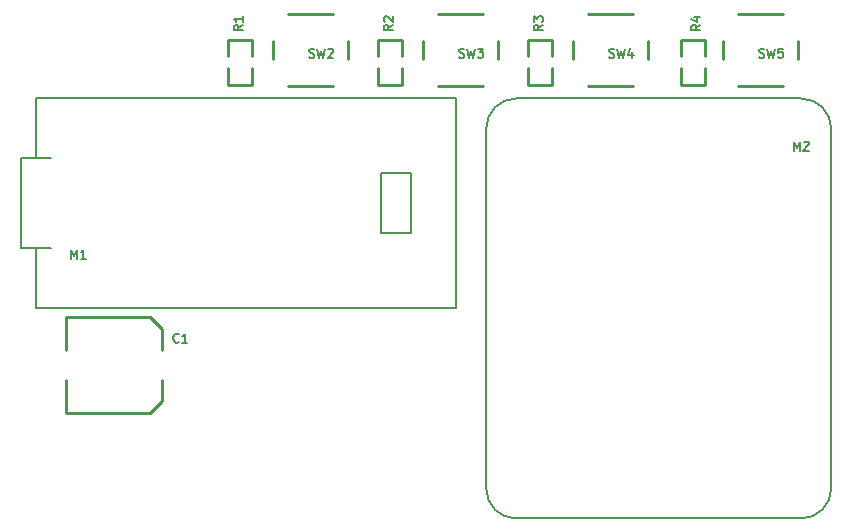
<source format=gbr>
G04 #@! TF.GenerationSoftware,KiCad,Pcbnew,5.1.6-c6e7f7d~87~ubuntu16.04.1*
G04 #@! TF.CreationDate,2020-09-01T19:23:28-04:00*
G04 #@! TF.ProjectId,Controller,436f6e74-726f-46c6-9c65-722e6b696361,rev?*
G04 #@! TF.SameCoordinates,PX5734380PY65bcec0*
G04 #@! TF.FileFunction,Legend,Top*
G04 #@! TF.FilePolarity,Positive*
%FSLAX46Y46*%
G04 Gerber Fmt 4.6, Leading zero omitted, Abs format (unit mm)*
G04 Created by KiCad (PCBNEW 5.1.6-c6e7f7d~87~ubuntu16.04.1) date 2020-09-01 19:23:28*
%MOMM*%
%LPD*%
G01*
G04 APERTURE LIST*
%ADD10C,0.150000*%
%ADD11C,0.254000*%
%ADD12C,0.152400*%
G04 APERTURE END LIST*
D10*
X0Y-21590000D02*
X2540000Y-21590000D01*
X0Y-13970000D02*
X0Y-21590000D01*
X2540000Y-13970000D02*
X0Y-13970000D01*
X1270000Y-8890000D02*
X1270000Y-13970000D01*
X36830000Y-8890000D02*
X1270000Y-8890000D01*
X36830000Y-26670000D02*
X36830000Y-8890000D01*
X1270000Y-26670000D02*
X36830000Y-26670000D01*
X1270000Y-21590000D02*
X1270000Y-26670000D01*
X30480000Y-20320000D02*
X30480000Y-17780000D01*
X33020000Y-20320000D02*
X30480000Y-20320000D01*
X33020000Y-15240000D02*
X33020000Y-20320000D01*
X30480000Y-15240000D02*
X33020000Y-15240000D01*
X30480000Y-17780000D02*
X30480000Y-15240000D01*
X68580000Y-41910000D02*
X68580000Y-11430000D01*
X66040000Y-44450000D02*
X41910000Y-44450000D01*
X66040000Y-8890000D02*
X41910000Y-8890000D01*
X39370000Y-11430000D02*
X39370000Y-41910000D01*
X41910000Y-8890000D02*
G75*
G03*
X39370000Y-11430000I0J-2540000D01*
G01*
X39370000Y-41910000D02*
G75*
G03*
X41910000Y-44450000I2540000J0D01*
G01*
X66040000Y-44450000D02*
G75*
G03*
X68580000Y-41910000I0J2540000D01*
G01*
X68580000Y-11430000D02*
G75*
G03*
X66040000Y-8890000I-2540000J0D01*
G01*
D11*
X3810000Y-27432000D02*
X10922000Y-27432000D01*
X11938000Y-28448000D02*
X10922000Y-27432000D01*
X10922000Y-35560000D02*
X11938000Y-34544000D01*
X3810000Y-35560000D02*
X10922000Y-35560000D01*
X3810000Y-30226000D02*
X3810000Y-27432000D01*
X11938000Y-30226000D02*
X11938000Y-28448000D01*
X11938000Y-32766000D02*
X11938000Y-34544000D01*
X3810000Y-32766000D02*
X3810000Y-35560000D01*
X17526000Y-6350000D02*
X17526000Y-7747000D01*
X17526000Y-7747000D02*
X19558000Y-7747000D01*
X19558000Y-7747000D02*
X19558000Y-6350000D01*
X19558000Y-5334000D02*
X19558000Y-3937000D01*
X19558000Y-3937000D02*
X17526000Y-3937000D01*
X17526000Y-3937000D02*
X17526000Y-5334000D01*
X30226000Y-3937000D02*
X30226000Y-5334000D01*
X32258000Y-3937000D02*
X30226000Y-3937000D01*
X32258000Y-5334000D02*
X32258000Y-3937000D01*
X32258000Y-7747000D02*
X32258000Y-6350000D01*
X30226000Y-7747000D02*
X32258000Y-7747000D01*
X30226000Y-6350000D02*
X30226000Y-7747000D01*
X42926000Y-6350000D02*
X42926000Y-7747000D01*
X42926000Y-7747000D02*
X44958000Y-7747000D01*
X44958000Y-7747000D02*
X44958000Y-6350000D01*
X44958000Y-5334000D02*
X44958000Y-3937000D01*
X44958000Y-3937000D02*
X42926000Y-3937000D01*
X42926000Y-3937000D02*
X42926000Y-5334000D01*
X55880000Y-3937000D02*
X55880000Y-5334000D01*
X57912000Y-3937000D02*
X55880000Y-3937000D01*
X57912000Y-5334000D02*
X57912000Y-3937000D01*
X57912000Y-7747000D02*
X57912000Y-6350000D01*
X55880000Y-7747000D02*
X57912000Y-7747000D01*
X55880000Y-6350000D02*
X55880000Y-7747000D01*
X22606000Y-7874000D02*
X26416000Y-7874000D01*
X22606000Y-1778000D02*
X26416000Y-1778000D01*
X27686000Y-4064000D02*
X27686000Y-5588000D01*
X21336000Y-5588000D02*
X21336000Y-4064000D01*
X34036000Y-5588000D02*
X34036000Y-4064000D01*
X40386000Y-4064000D02*
X40386000Y-5588000D01*
X35306000Y-1778000D02*
X39116000Y-1778000D01*
X35306000Y-7874000D02*
X39116000Y-7874000D01*
X48006000Y-7874000D02*
X51816000Y-7874000D01*
X48006000Y-1778000D02*
X51816000Y-1778000D01*
X53086000Y-4064000D02*
X53086000Y-5588000D01*
X46736000Y-5588000D02*
X46736000Y-4064000D01*
X59436000Y-5588000D02*
X59436000Y-4064000D01*
X65786000Y-4064000D02*
X65786000Y-5588000D01*
X60706000Y-1778000D02*
X64516000Y-1778000D01*
X60706000Y-7874000D02*
X64516000Y-7874000D01*
D12*
X4209142Y-22442714D02*
X4209142Y-21680714D01*
X4463142Y-22225000D01*
X4717142Y-21680714D01*
X4717142Y-22442714D01*
X5479142Y-22442714D02*
X5043714Y-22442714D01*
X5261428Y-22442714D02*
X5261428Y-21680714D01*
X5188857Y-21789571D01*
X5116285Y-21862142D01*
X5043714Y-21898428D01*
X65423142Y-13298714D02*
X65423142Y-12536714D01*
X65677142Y-13081000D01*
X65931142Y-12536714D01*
X65931142Y-13298714D01*
X66257714Y-12609285D02*
X66294000Y-12573000D01*
X66366571Y-12536714D01*
X66548000Y-12536714D01*
X66620571Y-12573000D01*
X66656857Y-12609285D01*
X66693142Y-12681857D01*
X66693142Y-12754428D01*
X66656857Y-12863285D01*
X66221428Y-13298714D01*
X66693142Y-13298714D01*
X13335000Y-29482142D02*
X13298714Y-29518428D01*
X13189857Y-29554714D01*
X13117285Y-29554714D01*
X13008428Y-29518428D01*
X12935857Y-29445857D01*
X12899571Y-29373285D01*
X12863285Y-29228142D01*
X12863285Y-29119285D01*
X12899571Y-28974142D01*
X12935857Y-28901571D01*
X13008428Y-28829000D01*
X13117285Y-28792714D01*
X13189857Y-28792714D01*
X13298714Y-28829000D01*
X13335000Y-28865285D01*
X14060714Y-29554714D02*
X13625285Y-29554714D01*
X13843000Y-29554714D02*
X13843000Y-28792714D01*
X13770428Y-28901571D01*
X13697857Y-28974142D01*
X13625285Y-29010428D01*
X18759714Y-2667000D02*
X18396857Y-2921000D01*
X18759714Y-3102428D02*
X17997714Y-3102428D01*
X17997714Y-2812142D01*
X18034000Y-2739571D01*
X18070285Y-2703285D01*
X18142857Y-2667000D01*
X18251714Y-2667000D01*
X18324285Y-2703285D01*
X18360571Y-2739571D01*
X18396857Y-2812142D01*
X18396857Y-3102428D01*
X18759714Y-1941285D02*
X18759714Y-2376714D01*
X18759714Y-2159000D02*
X17997714Y-2159000D01*
X18106571Y-2231571D01*
X18179142Y-2304142D01*
X18215428Y-2376714D01*
X31459714Y-2667000D02*
X31096857Y-2921000D01*
X31459714Y-3102428D02*
X30697714Y-3102428D01*
X30697714Y-2812142D01*
X30734000Y-2739571D01*
X30770285Y-2703285D01*
X30842857Y-2667000D01*
X30951714Y-2667000D01*
X31024285Y-2703285D01*
X31060571Y-2739571D01*
X31096857Y-2812142D01*
X31096857Y-3102428D01*
X30770285Y-2376714D02*
X30734000Y-2340428D01*
X30697714Y-2267857D01*
X30697714Y-2086428D01*
X30734000Y-2013857D01*
X30770285Y-1977571D01*
X30842857Y-1941285D01*
X30915428Y-1941285D01*
X31024285Y-1977571D01*
X31459714Y-2413000D01*
X31459714Y-1941285D01*
X44159714Y-2667000D02*
X43796857Y-2921000D01*
X44159714Y-3102428D02*
X43397714Y-3102428D01*
X43397714Y-2812142D01*
X43434000Y-2739571D01*
X43470285Y-2703285D01*
X43542857Y-2667000D01*
X43651714Y-2667000D01*
X43724285Y-2703285D01*
X43760571Y-2739571D01*
X43796857Y-2812142D01*
X43796857Y-3102428D01*
X43397714Y-2413000D02*
X43397714Y-1941285D01*
X43688000Y-2195285D01*
X43688000Y-2086428D01*
X43724285Y-2013857D01*
X43760571Y-1977571D01*
X43833142Y-1941285D01*
X44014571Y-1941285D01*
X44087142Y-1977571D01*
X44123428Y-2013857D01*
X44159714Y-2086428D01*
X44159714Y-2304142D01*
X44123428Y-2376714D01*
X44087142Y-2413000D01*
X57494714Y-2667000D02*
X57131857Y-2921000D01*
X57494714Y-3102428D02*
X56732714Y-3102428D01*
X56732714Y-2812142D01*
X56769000Y-2739571D01*
X56805285Y-2703285D01*
X56877857Y-2667000D01*
X56986714Y-2667000D01*
X57059285Y-2703285D01*
X57095571Y-2739571D01*
X57131857Y-2812142D01*
X57131857Y-3102428D01*
X56986714Y-2013857D02*
X57494714Y-2013857D01*
X56696428Y-2195285D02*
X57240714Y-2376714D01*
X57240714Y-1905000D01*
X24384000Y-5388428D02*
X24492857Y-5424714D01*
X24674285Y-5424714D01*
X24746857Y-5388428D01*
X24783142Y-5352142D01*
X24819428Y-5279571D01*
X24819428Y-5207000D01*
X24783142Y-5134428D01*
X24746857Y-5098142D01*
X24674285Y-5061857D01*
X24529142Y-5025571D01*
X24456571Y-4989285D01*
X24420285Y-4953000D01*
X24384000Y-4880428D01*
X24384000Y-4807857D01*
X24420285Y-4735285D01*
X24456571Y-4699000D01*
X24529142Y-4662714D01*
X24710571Y-4662714D01*
X24819428Y-4699000D01*
X25073428Y-4662714D02*
X25254857Y-5424714D01*
X25400000Y-4880428D01*
X25545142Y-5424714D01*
X25726571Y-4662714D01*
X25980571Y-4735285D02*
X26016857Y-4699000D01*
X26089428Y-4662714D01*
X26270857Y-4662714D01*
X26343428Y-4699000D01*
X26379714Y-4735285D01*
X26416000Y-4807857D01*
X26416000Y-4880428D01*
X26379714Y-4989285D01*
X25944285Y-5424714D01*
X26416000Y-5424714D01*
X37084000Y-5388428D02*
X37192857Y-5424714D01*
X37374285Y-5424714D01*
X37446857Y-5388428D01*
X37483142Y-5352142D01*
X37519428Y-5279571D01*
X37519428Y-5207000D01*
X37483142Y-5134428D01*
X37446857Y-5098142D01*
X37374285Y-5061857D01*
X37229142Y-5025571D01*
X37156571Y-4989285D01*
X37120285Y-4953000D01*
X37084000Y-4880428D01*
X37084000Y-4807857D01*
X37120285Y-4735285D01*
X37156571Y-4699000D01*
X37229142Y-4662714D01*
X37410571Y-4662714D01*
X37519428Y-4699000D01*
X37773428Y-4662714D02*
X37954857Y-5424714D01*
X38100000Y-4880428D01*
X38245142Y-5424714D01*
X38426571Y-4662714D01*
X38644285Y-4662714D02*
X39116000Y-4662714D01*
X38862000Y-4953000D01*
X38970857Y-4953000D01*
X39043428Y-4989285D01*
X39079714Y-5025571D01*
X39116000Y-5098142D01*
X39116000Y-5279571D01*
X39079714Y-5352142D01*
X39043428Y-5388428D01*
X38970857Y-5424714D01*
X38753142Y-5424714D01*
X38680571Y-5388428D01*
X38644285Y-5352142D01*
X49784000Y-5388428D02*
X49892857Y-5424714D01*
X50074285Y-5424714D01*
X50146857Y-5388428D01*
X50183142Y-5352142D01*
X50219428Y-5279571D01*
X50219428Y-5207000D01*
X50183142Y-5134428D01*
X50146857Y-5098142D01*
X50074285Y-5061857D01*
X49929142Y-5025571D01*
X49856571Y-4989285D01*
X49820285Y-4953000D01*
X49784000Y-4880428D01*
X49784000Y-4807857D01*
X49820285Y-4735285D01*
X49856571Y-4699000D01*
X49929142Y-4662714D01*
X50110571Y-4662714D01*
X50219428Y-4699000D01*
X50473428Y-4662714D02*
X50654857Y-5424714D01*
X50800000Y-4880428D01*
X50945142Y-5424714D01*
X51126571Y-4662714D01*
X51743428Y-4916714D02*
X51743428Y-5424714D01*
X51562000Y-4626428D02*
X51380571Y-5170714D01*
X51852285Y-5170714D01*
X62484000Y-5388428D02*
X62592857Y-5424714D01*
X62774285Y-5424714D01*
X62846857Y-5388428D01*
X62883142Y-5352142D01*
X62919428Y-5279571D01*
X62919428Y-5207000D01*
X62883142Y-5134428D01*
X62846857Y-5098142D01*
X62774285Y-5061857D01*
X62629142Y-5025571D01*
X62556571Y-4989285D01*
X62520285Y-4953000D01*
X62484000Y-4880428D01*
X62484000Y-4807857D01*
X62520285Y-4735285D01*
X62556571Y-4699000D01*
X62629142Y-4662714D01*
X62810571Y-4662714D01*
X62919428Y-4699000D01*
X63173428Y-4662714D02*
X63354857Y-5424714D01*
X63500000Y-4880428D01*
X63645142Y-5424714D01*
X63826571Y-4662714D01*
X64479714Y-4662714D02*
X64116857Y-4662714D01*
X64080571Y-5025571D01*
X64116857Y-4989285D01*
X64189428Y-4953000D01*
X64370857Y-4953000D01*
X64443428Y-4989285D01*
X64479714Y-5025571D01*
X64516000Y-5098142D01*
X64516000Y-5279571D01*
X64479714Y-5352142D01*
X64443428Y-5388428D01*
X64370857Y-5424714D01*
X64189428Y-5424714D01*
X64116857Y-5388428D01*
X64080571Y-5352142D01*
M02*

</source>
